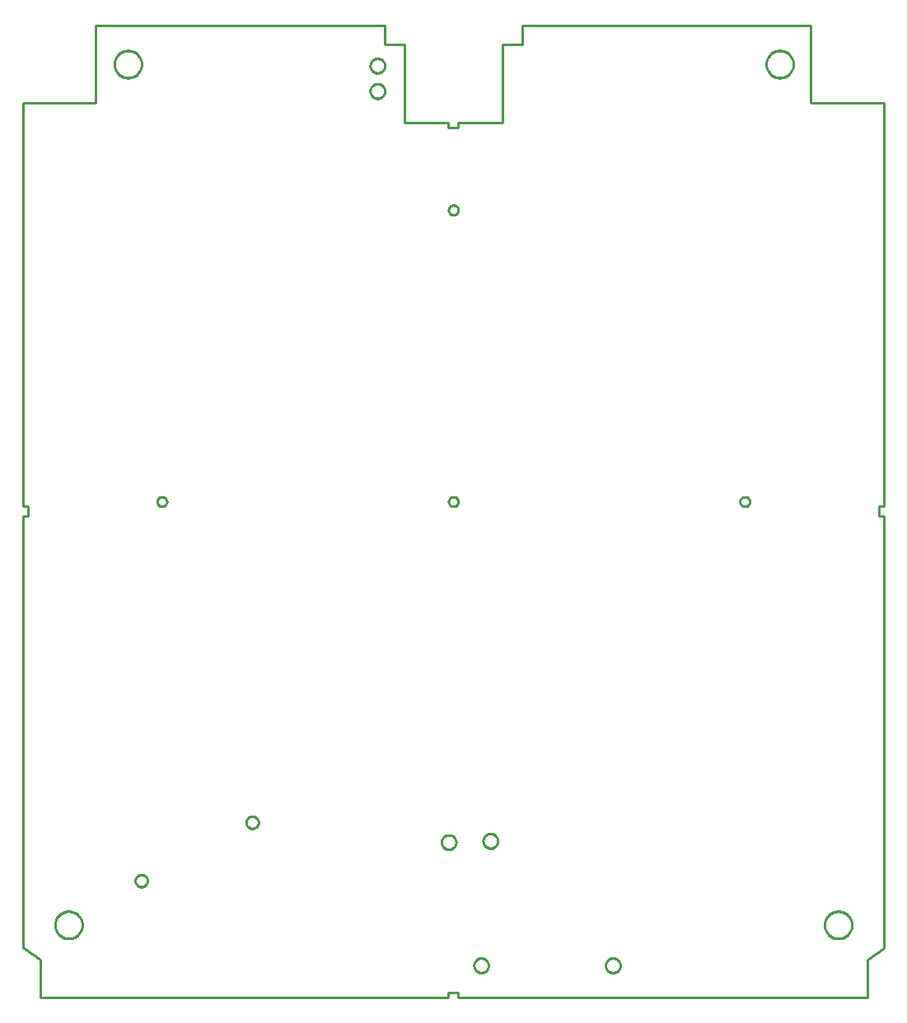
<source format=gbr>
G04 EAGLE Gerber X2 export*
%TF.Part,Single*%
%TF.FileFunction,Profile,NP*%
%TF.FilePolarity,Positive*%
%TF.GenerationSoftware,Autodesk,EAGLE,9.2.2*%
%TF.CreationDate,2019-06-08T20:52:32Z*%
G75*
%MOMM*%
%FSLAX34Y34*%
%LPD*%
%IN*%
%AMOC8*
5,1,8,0,0,1.08239X$1,22.5*%
G01*
%ADD10C,0.254000*%


D10*
X0Y50800D02*
X1100Y50800D01*
X18000Y38900D01*
X18000Y0D01*
X437500Y0D01*
X437500Y5000D01*
X447500Y5000D01*
X447500Y0D01*
X868000Y0D01*
X868000Y38900D01*
X885000Y50800D01*
X885000Y495000D01*
X880000Y495000D01*
X880000Y505000D01*
X884875Y505000D01*
X885000Y505100D01*
X885000Y920000D01*
X810000Y920000D01*
X810000Y1000000D01*
X513000Y1000000D01*
X513000Y980000D01*
X493000Y980000D01*
X493000Y900000D01*
X447500Y900000D01*
X447500Y895000D01*
X437500Y895000D01*
X437500Y900000D01*
X392000Y900000D01*
X392000Y980000D01*
X372000Y980000D01*
X372000Y1000000D01*
X75000Y1000000D01*
X75000Y920000D01*
X0Y920000D01*
X0Y505000D01*
X5000Y505000D01*
X5000Y495000D01*
X0Y495000D01*
X0Y50800D01*
X143281Y505000D02*
X143839Y505063D01*
X144386Y505188D01*
X144916Y505373D01*
X145422Y505617D01*
X145898Y505916D01*
X146337Y506266D01*
X146734Y506663D01*
X147084Y507102D01*
X147383Y507578D01*
X147627Y508084D01*
X147812Y508614D01*
X147937Y509161D01*
X148000Y509719D01*
X148000Y510281D01*
X147937Y510839D01*
X147812Y511386D01*
X147627Y511916D01*
X147383Y512422D01*
X147084Y512898D01*
X146734Y513337D01*
X146337Y513734D01*
X145898Y514084D01*
X145422Y514383D01*
X144916Y514627D01*
X144386Y514812D01*
X143839Y514937D01*
X143281Y515000D01*
X142719Y515000D01*
X142161Y514937D01*
X141614Y514812D01*
X141084Y514627D01*
X140578Y514383D01*
X140102Y514084D01*
X139663Y513734D01*
X139266Y513337D01*
X138916Y512898D01*
X138617Y512422D01*
X138373Y511916D01*
X138188Y511386D01*
X138063Y510839D01*
X138000Y510281D01*
X138000Y509719D01*
X138063Y509161D01*
X138188Y508614D01*
X138373Y508084D01*
X138617Y507578D01*
X138916Y507102D01*
X139266Y506663D01*
X139663Y506266D01*
X140102Y505916D01*
X140578Y505617D01*
X141084Y505373D01*
X141614Y505188D01*
X142161Y505063D01*
X142719Y505000D01*
X143281Y505000D01*
X742283Y504996D02*
X742841Y505059D01*
X743388Y505184D01*
X743918Y505370D01*
X744424Y505613D01*
X744900Y505912D01*
X745339Y506262D01*
X745736Y506660D01*
X746086Y507099D01*
X746385Y507574D01*
X746629Y508080D01*
X746814Y508610D01*
X746939Y509158D01*
X747002Y509716D01*
X747002Y510277D01*
X746939Y510835D01*
X746814Y511383D01*
X746629Y511913D01*
X746385Y512419D01*
X746086Y512894D01*
X745736Y513333D01*
X745339Y513731D01*
X744900Y514081D01*
X744424Y514379D01*
X743918Y514623D01*
X743388Y514809D01*
X742841Y514934D01*
X742283Y514996D01*
X741721Y514996D01*
X741163Y514934D01*
X740615Y514809D01*
X740085Y514623D01*
X739579Y514379D01*
X739104Y514081D01*
X738665Y513731D01*
X738268Y513333D01*
X737918Y512894D01*
X737619Y512419D01*
X737375Y511913D01*
X737190Y511383D01*
X737065Y510835D01*
X737002Y510277D01*
X737002Y509716D01*
X737065Y509158D01*
X737190Y508610D01*
X737375Y508080D01*
X737619Y507574D01*
X737918Y507099D01*
X738268Y506660D01*
X738665Y506262D01*
X739104Y505912D01*
X739579Y505613D01*
X740085Y505370D01*
X740615Y505184D01*
X741163Y505059D01*
X741721Y504996D01*
X742283Y504996D01*
X128050Y119649D02*
X127971Y118951D01*
X127815Y118267D01*
X127583Y117604D01*
X127279Y116972D01*
X126905Y116378D01*
X126468Y115829D01*
X125971Y115332D01*
X125422Y114895D01*
X124828Y114521D01*
X124196Y114217D01*
X123533Y113985D01*
X122849Y113829D01*
X122151Y113750D01*
X121449Y113750D01*
X120751Y113829D01*
X120067Y113985D01*
X119404Y114217D01*
X118772Y114521D01*
X118178Y114895D01*
X117629Y115332D01*
X117132Y115829D01*
X116695Y116378D01*
X116321Y116972D01*
X116017Y117604D01*
X115785Y118267D01*
X115629Y118951D01*
X115550Y119649D01*
X115550Y120351D01*
X115629Y121049D01*
X115785Y121733D01*
X116017Y122396D01*
X116321Y123028D01*
X116695Y123622D01*
X117132Y124171D01*
X117629Y124668D01*
X118178Y125105D01*
X118772Y125479D01*
X119404Y125783D01*
X120067Y126015D01*
X120751Y126171D01*
X121449Y126250D01*
X122151Y126250D01*
X122849Y126171D01*
X123533Y126015D01*
X124196Y125783D01*
X124828Y125479D01*
X125422Y125105D01*
X125971Y124668D01*
X126468Y124171D01*
X126905Y123622D01*
X127279Y123028D01*
X127583Y122396D01*
X127815Y121733D01*
X127971Y121049D01*
X128050Y120351D01*
X128050Y119649D01*
X242050Y179649D02*
X241971Y178951D01*
X241815Y178267D01*
X241583Y177604D01*
X241279Y176972D01*
X240905Y176378D01*
X240468Y175829D01*
X239971Y175332D01*
X239422Y174895D01*
X238828Y174521D01*
X238196Y174217D01*
X237533Y173985D01*
X236849Y173829D01*
X236151Y173750D01*
X235449Y173750D01*
X234751Y173829D01*
X234067Y173985D01*
X233404Y174217D01*
X232772Y174521D01*
X232178Y174895D01*
X231629Y175332D01*
X231132Y175829D01*
X230695Y176378D01*
X230321Y176972D01*
X230017Y177604D01*
X229785Y178267D01*
X229629Y178951D01*
X229550Y179649D01*
X229550Y180351D01*
X229629Y181049D01*
X229785Y181733D01*
X230017Y182396D01*
X230321Y183028D01*
X230695Y183622D01*
X231132Y184171D01*
X231629Y184668D01*
X232178Y185105D01*
X232772Y185479D01*
X233404Y185783D01*
X234067Y186015D01*
X234751Y186171D01*
X235449Y186250D01*
X236151Y186250D01*
X236849Y186171D01*
X237533Y186015D01*
X238196Y185783D01*
X238828Y185479D01*
X239422Y185105D01*
X239971Y184668D01*
X240468Y184171D01*
X240905Y183622D01*
X241279Y183028D01*
X241583Y182396D01*
X241815Y181733D01*
X241971Y181049D01*
X242050Y180351D01*
X242050Y179649D01*
X122000Y959500D02*
X121929Y958503D01*
X121786Y957513D01*
X121574Y956536D01*
X121292Y955576D01*
X120943Y954639D01*
X120527Y953729D01*
X120048Y952852D01*
X119507Y952010D01*
X118908Y951210D01*
X118253Y950454D01*
X117546Y949747D01*
X116790Y949092D01*
X115990Y948493D01*
X115148Y947952D01*
X114271Y947473D01*
X113361Y947057D01*
X112424Y946708D01*
X111465Y946426D01*
X110487Y946214D01*
X109498Y946071D01*
X108500Y946000D01*
X107500Y946000D01*
X106503Y946071D01*
X105513Y946214D01*
X104536Y946426D01*
X103576Y946708D01*
X102639Y947057D01*
X101729Y947473D01*
X100852Y947952D01*
X100010Y948493D01*
X99210Y949092D01*
X98454Y949747D01*
X97747Y950454D01*
X97092Y951210D01*
X96493Y952010D01*
X95952Y952852D01*
X95473Y953729D01*
X95057Y954639D01*
X94708Y955576D01*
X94426Y956536D01*
X94214Y957513D01*
X94071Y958503D01*
X94000Y959500D01*
X94000Y960500D01*
X94071Y961498D01*
X94214Y962487D01*
X94426Y963465D01*
X94708Y964424D01*
X95057Y965361D01*
X95473Y966271D01*
X95952Y967148D01*
X96493Y967990D01*
X97092Y968790D01*
X97747Y969546D01*
X98454Y970253D01*
X99210Y970908D01*
X100010Y971507D01*
X100852Y972048D01*
X101729Y972527D01*
X102639Y972943D01*
X103576Y973292D01*
X104536Y973574D01*
X105513Y973786D01*
X106503Y973929D01*
X107500Y974000D01*
X108500Y974000D01*
X109498Y973929D01*
X110487Y973786D01*
X111465Y973574D01*
X112424Y973292D01*
X113361Y972943D01*
X114271Y972527D01*
X115148Y972048D01*
X115990Y971507D01*
X116790Y970908D01*
X117546Y970253D01*
X118253Y969546D01*
X118908Y968790D01*
X119507Y967990D01*
X120048Y967148D01*
X120527Y966271D01*
X120943Y965361D01*
X121292Y964424D01*
X121574Y963465D01*
X121786Y962487D01*
X121929Y961498D01*
X122000Y960500D01*
X122000Y959500D01*
X792000Y959500D02*
X791929Y958503D01*
X791786Y957513D01*
X791574Y956536D01*
X791292Y955576D01*
X790943Y954639D01*
X790527Y953729D01*
X790048Y952852D01*
X789507Y952010D01*
X788908Y951210D01*
X788253Y950454D01*
X787546Y949747D01*
X786790Y949092D01*
X785990Y948493D01*
X785148Y947952D01*
X784271Y947473D01*
X783361Y947057D01*
X782424Y946708D01*
X781465Y946426D01*
X780487Y946214D01*
X779498Y946071D01*
X778500Y946000D01*
X777500Y946000D01*
X776503Y946071D01*
X775513Y946214D01*
X774536Y946426D01*
X773576Y946708D01*
X772639Y947057D01*
X771729Y947473D01*
X770852Y947952D01*
X770010Y948493D01*
X769210Y949092D01*
X768454Y949747D01*
X767747Y950454D01*
X767092Y951210D01*
X766493Y952010D01*
X765952Y952852D01*
X765473Y953729D01*
X765057Y954639D01*
X764708Y955576D01*
X764426Y956536D01*
X764214Y957513D01*
X764071Y958503D01*
X764000Y959500D01*
X764000Y960500D01*
X764071Y961498D01*
X764214Y962487D01*
X764426Y963465D01*
X764708Y964424D01*
X765057Y965361D01*
X765473Y966271D01*
X765952Y967148D01*
X766493Y967990D01*
X767092Y968790D01*
X767747Y969546D01*
X768454Y970253D01*
X769210Y970908D01*
X770010Y971507D01*
X770852Y972048D01*
X771729Y972527D01*
X772639Y972943D01*
X773576Y973292D01*
X774536Y973574D01*
X775513Y973786D01*
X776503Y973929D01*
X777500Y974000D01*
X778500Y974000D01*
X779498Y973929D01*
X780487Y973786D01*
X781465Y973574D01*
X782424Y973292D01*
X783361Y972943D01*
X784271Y972527D01*
X785148Y972048D01*
X785990Y971507D01*
X786790Y970908D01*
X787546Y970253D01*
X788253Y969546D01*
X788908Y968790D01*
X789507Y967990D01*
X790048Y967148D01*
X790527Y966271D01*
X790943Y965361D01*
X791292Y964424D01*
X791574Y963465D01*
X791786Y962487D01*
X791929Y961498D01*
X792000Y960500D01*
X792000Y959500D01*
X61000Y74000D02*
X60929Y73003D01*
X60786Y72013D01*
X60574Y71036D01*
X60292Y70076D01*
X59943Y69139D01*
X59527Y68229D01*
X59048Y67352D01*
X58507Y66510D01*
X57908Y65710D01*
X57253Y64954D01*
X56546Y64247D01*
X55790Y63592D01*
X54990Y62993D01*
X54148Y62452D01*
X53271Y61973D01*
X52361Y61557D01*
X51424Y61208D01*
X50465Y60926D01*
X49487Y60714D01*
X48498Y60571D01*
X47500Y60500D01*
X46500Y60500D01*
X45503Y60571D01*
X44513Y60714D01*
X43536Y60926D01*
X42576Y61208D01*
X41639Y61557D01*
X40729Y61973D01*
X39852Y62452D01*
X39010Y62993D01*
X38210Y63592D01*
X37454Y64247D01*
X36747Y64954D01*
X36092Y65710D01*
X35493Y66510D01*
X34952Y67352D01*
X34473Y68229D01*
X34057Y69139D01*
X33708Y70076D01*
X33426Y71036D01*
X33214Y72013D01*
X33071Y73003D01*
X33000Y74000D01*
X33000Y75000D01*
X33071Y75998D01*
X33214Y76987D01*
X33426Y77965D01*
X33708Y78924D01*
X34057Y79861D01*
X34473Y80771D01*
X34952Y81648D01*
X35493Y82490D01*
X36092Y83290D01*
X36747Y84046D01*
X37454Y84753D01*
X38210Y85408D01*
X39010Y86007D01*
X39852Y86548D01*
X40729Y87027D01*
X41639Y87443D01*
X42576Y87792D01*
X43536Y88074D01*
X44513Y88286D01*
X45503Y88429D01*
X46500Y88500D01*
X47500Y88500D01*
X48498Y88429D01*
X49487Y88286D01*
X50465Y88074D01*
X51424Y87792D01*
X52361Y87443D01*
X53271Y87027D01*
X54148Y86548D01*
X54990Y86007D01*
X55790Y85408D01*
X56546Y84753D01*
X57253Y84046D01*
X57908Y83290D01*
X58507Y82490D01*
X59048Y81648D01*
X59527Y80771D01*
X59943Y79861D01*
X60292Y78924D01*
X60574Y77965D01*
X60786Y76987D01*
X60929Y75998D01*
X61000Y75000D01*
X61000Y74000D01*
X852000Y74000D02*
X851929Y73003D01*
X851786Y72013D01*
X851574Y71036D01*
X851292Y70076D01*
X850943Y69139D01*
X850527Y68229D01*
X850048Y67352D01*
X849507Y66510D01*
X848908Y65710D01*
X848253Y64954D01*
X847546Y64247D01*
X846790Y63592D01*
X845990Y62993D01*
X845148Y62452D01*
X844271Y61973D01*
X843361Y61557D01*
X842424Y61208D01*
X841465Y60926D01*
X840487Y60714D01*
X839498Y60571D01*
X838500Y60500D01*
X837500Y60500D01*
X836503Y60571D01*
X835513Y60714D01*
X834536Y60926D01*
X833576Y61208D01*
X832639Y61557D01*
X831729Y61973D01*
X830852Y62452D01*
X830010Y62993D01*
X829210Y63592D01*
X828454Y64247D01*
X827747Y64954D01*
X827092Y65710D01*
X826493Y66510D01*
X825952Y67352D01*
X825473Y68229D01*
X825057Y69139D01*
X824708Y70076D01*
X824426Y71036D01*
X824214Y72013D01*
X824071Y73003D01*
X824000Y74000D01*
X824000Y75000D01*
X824071Y75998D01*
X824214Y76987D01*
X824426Y77965D01*
X824708Y78924D01*
X825057Y79861D01*
X825473Y80771D01*
X825952Y81648D01*
X826493Y82490D01*
X827092Y83290D01*
X827747Y84046D01*
X828454Y84753D01*
X829210Y85408D01*
X830010Y86007D01*
X830852Y86548D01*
X831729Y87027D01*
X832639Y87443D01*
X833576Y87792D01*
X834536Y88074D01*
X835513Y88286D01*
X836503Y88429D01*
X837500Y88500D01*
X838500Y88500D01*
X839498Y88429D01*
X840487Y88286D01*
X841465Y88074D01*
X842424Y87792D01*
X843361Y87443D01*
X844271Y87027D01*
X845148Y86548D01*
X845990Y86007D01*
X846790Y85408D01*
X847546Y84753D01*
X848253Y84046D01*
X848908Y83290D01*
X849507Y82490D01*
X850048Y81648D01*
X850527Y80771D01*
X850943Y79861D01*
X851292Y78924D01*
X851574Y77965D01*
X851786Y76987D01*
X851929Y75998D01*
X852000Y75000D01*
X852000Y74000D01*
X372020Y958063D02*
X371948Y957330D01*
X371804Y956607D01*
X371590Y955902D01*
X371308Y955221D01*
X370961Y954571D01*
X370551Y953958D01*
X370084Y953389D01*
X369563Y952867D01*
X368993Y952400D01*
X368380Y951991D01*
X367730Y951643D01*
X367050Y951361D01*
X366344Y951147D01*
X365622Y951004D01*
X364888Y950931D01*
X364151Y950931D01*
X363418Y951004D01*
X362695Y951147D01*
X361990Y951361D01*
X361309Y951643D01*
X360659Y951991D01*
X360047Y952400D01*
X359477Y952867D01*
X358956Y953389D01*
X358489Y953958D01*
X358079Y954571D01*
X357732Y955221D01*
X357450Y955902D01*
X357236Y956607D01*
X357092Y957330D01*
X357020Y958063D01*
X357020Y958800D01*
X357092Y959533D01*
X357236Y960256D01*
X357450Y960961D01*
X357732Y961642D01*
X358079Y962292D01*
X358489Y962904D01*
X358956Y963474D01*
X359477Y963995D01*
X360047Y964463D01*
X360659Y964872D01*
X361309Y965219D01*
X361990Y965501D01*
X362695Y965715D01*
X363418Y965859D01*
X364151Y965931D01*
X364888Y965931D01*
X365622Y965859D01*
X366344Y965715D01*
X367050Y965501D01*
X367730Y965219D01*
X368380Y964872D01*
X368993Y964463D01*
X369563Y963995D01*
X370084Y963474D01*
X370551Y962904D01*
X370961Y962292D01*
X371308Y961642D01*
X371590Y960961D01*
X371804Y960256D01*
X371948Y959533D01*
X372020Y958800D01*
X372020Y958063D01*
X372020Y931991D02*
X371948Y931257D01*
X371804Y930535D01*
X371590Y929829D01*
X371308Y929149D01*
X370961Y928499D01*
X370551Y927886D01*
X370084Y927316D01*
X369563Y926795D01*
X368993Y926328D01*
X368380Y925918D01*
X367730Y925571D01*
X367050Y925289D01*
X366344Y925075D01*
X365622Y924931D01*
X364888Y924859D01*
X364151Y924859D01*
X363418Y924931D01*
X362695Y925075D01*
X361990Y925289D01*
X361309Y925571D01*
X360659Y925918D01*
X360047Y926328D01*
X359477Y926795D01*
X358956Y927316D01*
X358489Y927886D01*
X358079Y928499D01*
X357732Y929149D01*
X357450Y929829D01*
X357236Y930535D01*
X357092Y931257D01*
X357020Y931991D01*
X357020Y932728D01*
X357092Y933461D01*
X357236Y934184D01*
X357450Y934889D01*
X357732Y935570D01*
X358079Y936220D01*
X358489Y936832D01*
X358956Y937402D01*
X359477Y937923D01*
X360047Y938390D01*
X360659Y938800D01*
X361309Y939147D01*
X361990Y939429D01*
X362695Y939643D01*
X363418Y939787D01*
X364151Y939859D01*
X364888Y939859D01*
X365622Y939787D01*
X366344Y939643D01*
X367050Y939429D01*
X367730Y939147D01*
X368380Y938800D01*
X368993Y938390D01*
X369563Y937923D01*
X370084Y937402D01*
X370551Y936832D01*
X370961Y936220D01*
X371308Y935570D01*
X371590Y934889D01*
X371804Y934184D01*
X371948Y933461D01*
X372020Y932728D01*
X372020Y931991D01*
X613969Y32486D02*
X613897Y31753D01*
X613753Y31030D01*
X613539Y30325D01*
X613257Y29644D01*
X612910Y28994D01*
X612500Y28381D01*
X612033Y27812D01*
X611512Y27291D01*
X610942Y26823D01*
X610329Y26414D01*
X609680Y26066D01*
X608999Y25784D01*
X608294Y25570D01*
X607571Y25427D01*
X606837Y25354D01*
X606101Y25354D01*
X605367Y25427D01*
X604644Y25570D01*
X603939Y25784D01*
X603258Y26066D01*
X602609Y26414D01*
X601996Y26823D01*
X601426Y27291D01*
X600905Y27812D01*
X600438Y28381D01*
X600028Y28994D01*
X599681Y29644D01*
X599399Y30325D01*
X599185Y31030D01*
X599041Y31753D01*
X598969Y32486D01*
X598969Y33223D01*
X599041Y33956D01*
X599185Y34679D01*
X599399Y35384D01*
X599681Y36065D01*
X600028Y36715D01*
X600438Y37328D01*
X600905Y37897D01*
X601426Y38418D01*
X601996Y38886D01*
X602609Y39295D01*
X603258Y39643D01*
X603939Y39925D01*
X604644Y40138D01*
X605367Y40282D01*
X606101Y40354D01*
X606837Y40354D01*
X607571Y40282D01*
X608294Y40138D01*
X608999Y39925D01*
X609680Y39643D01*
X610329Y39295D01*
X610942Y38886D01*
X611512Y38418D01*
X612033Y37897D01*
X612500Y37328D01*
X612910Y36715D01*
X613257Y36065D01*
X613539Y35384D01*
X613753Y34679D01*
X613897Y33956D01*
X613969Y33223D01*
X613969Y32486D01*
X478584Y32486D02*
X478512Y31753D01*
X478368Y31030D01*
X478154Y30325D01*
X477872Y29644D01*
X477525Y28994D01*
X477115Y28381D01*
X476648Y27812D01*
X476127Y27291D01*
X475557Y26823D01*
X474944Y26414D01*
X474295Y26066D01*
X473614Y25784D01*
X472909Y25570D01*
X472186Y25427D01*
X471452Y25354D01*
X470716Y25354D01*
X469982Y25427D01*
X469259Y25570D01*
X468554Y25784D01*
X467873Y26066D01*
X467224Y26414D01*
X466611Y26823D01*
X466041Y27291D01*
X465520Y27812D01*
X465053Y28381D01*
X464643Y28994D01*
X464296Y29644D01*
X464014Y30325D01*
X463800Y31030D01*
X463656Y31753D01*
X463584Y32486D01*
X463584Y33223D01*
X463656Y33956D01*
X463800Y34679D01*
X464014Y35384D01*
X464296Y36065D01*
X464643Y36715D01*
X465053Y37328D01*
X465520Y37897D01*
X466041Y38418D01*
X466611Y38886D01*
X467224Y39295D01*
X467873Y39643D01*
X468554Y39925D01*
X469259Y40138D01*
X469982Y40282D01*
X470716Y40354D01*
X471452Y40354D01*
X472186Y40282D01*
X472909Y40138D01*
X473614Y39925D01*
X474295Y39643D01*
X474944Y39295D01*
X475557Y38886D01*
X476127Y38418D01*
X476648Y37897D01*
X477115Y37328D01*
X477525Y36715D01*
X477872Y36065D01*
X478154Y35384D01*
X478368Y34679D01*
X478512Y33956D01*
X478584Y33223D01*
X478584Y32486D01*
X437500Y510281D02*
X437563Y510839D01*
X437688Y511386D01*
X437873Y511916D01*
X438117Y512422D01*
X438416Y512898D01*
X438766Y513337D01*
X439163Y513734D01*
X439602Y514084D01*
X440078Y514383D01*
X440584Y514627D01*
X441114Y514812D01*
X441661Y514937D01*
X442219Y515000D01*
X442781Y515000D01*
X443339Y514937D01*
X443886Y514812D01*
X444416Y514627D01*
X444922Y514383D01*
X445398Y514084D01*
X445837Y513734D01*
X446234Y513337D01*
X446584Y512898D01*
X446883Y512422D01*
X447127Y511916D01*
X447312Y511386D01*
X447437Y510839D01*
X447500Y510281D01*
X447500Y509719D01*
X447437Y509161D01*
X447312Y508614D01*
X447127Y508084D01*
X446883Y507578D01*
X446584Y507102D01*
X446234Y506663D01*
X445837Y506266D01*
X445398Y505916D01*
X444922Y505617D01*
X444416Y505373D01*
X443886Y505188D01*
X443339Y505063D01*
X442781Y505000D01*
X442219Y505000D01*
X441661Y505063D01*
X441114Y505188D01*
X440584Y505373D01*
X440078Y505617D01*
X439602Y505916D01*
X439163Y506266D01*
X438766Y506663D01*
X438416Y507102D01*
X438117Y507578D01*
X437873Y508084D01*
X437688Y508614D01*
X437563Y509161D01*
X437500Y509719D01*
X437500Y510281D01*
X488104Y160583D02*
X488031Y159849D01*
X487888Y159127D01*
X487674Y158422D01*
X487392Y157741D01*
X487044Y157091D01*
X486635Y156478D01*
X486167Y155908D01*
X485646Y155387D01*
X485077Y154920D01*
X484464Y154511D01*
X483814Y154163D01*
X483133Y153881D01*
X482428Y153667D01*
X481705Y153523D01*
X480972Y153451D01*
X480235Y153451D01*
X479502Y153523D01*
X478779Y153667D01*
X478074Y153881D01*
X477393Y154163D01*
X476743Y154511D01*
X476130Y154920D01*
X475561Y155387D01*
X475040Y155908D01*
X474572Y156478D01*
X474163Y157091D01*
X473815Y157741D01*
X473533Y158422D01*
X473320Y159127D01*
X473176Y159849D01*
X473104Y160583D01*
X473104Y161320D01*
X473176Y162053D01*
X473320Y162776D01*
X473533Y163481D01*
X473815Y164162D01*
X474163Y164812D01*
X474572Y165424D01*
X475040Y165994D01*
X475561Y166515D01*
X476130Y166983D01*
X476743Y167392D01*
X477393Y167739D01*
X478074Y168021D01*
X478779Y168235D01*
X479502Y168379D01*
X480235Y168451D01*
X480972Y168451D01*
X481705Y168379D01*
X482428Y168235D01*
X483133Y168021D01*
X483814Y167739D01*
X484464Y167392D01*
X485077Y166983D01*
X485646Y166515D01*
X486167Y165994D01*
X486635Y165424D01*
X487044Y164812D01*
X487392Y164162D01*
X487674Y163481D01*
X487888Y162776D01*
X488031Y162053D01*
X488104Y161320D01*
X488104Y160583D01*
X445222Y159240D02*
X445150Y158506D01*
X445006Y157784D01*
X444793Y157079D01*
X444511Y156398D01*
X444163Y155748D01*
X443754Y155135D01*
X443286Y154566D01*
X442765Y154044D01*
X442196Y153577D01*
X441583Y153168D01*
X440933Y152820D01*
X440252Y152538D01*
X439547Y152324D01*
X438824Y152181D01*
X438091Y152108D01*
X437354Y152108D01*
X436621Y152181D01*
X435898Y152324D01*
X435193Y152538D01*
X434512Y152820D01*
X433862Y153168D01*
X433249Y153577D01*
X432680Y154044D01*
X432159Y154566D01*
X431691Y155135D01*
X431282Y155748D01*
X430934Y156398D01*
X430652Y157079D01*
X430438Y157784D01*
X430295Y158506D01*
X430222Y159240D01*
X430222Y159977D01*
X430295Y160710D01*
X430438Y161433D01*
X430652Y162138D01*
X430934Y162819D01*
X431282Y163469D01*
X431691Y164081D01*
X432159Y164651D01*
X432680Y165172D01*
X433249Y165640D01*
X433862Y166049D01*
X434512Y166396D01*
X435193Y166678D01*
X435898Y166892D01*
X436621Y167036D01*
X437354Y167108D01*
X438091Y167108D01*
X438824Y167036D01*
X439547Y166892D01*
X440252Y166678D01*
X440933Y166396D01*
X441583Y166049D01*
X442196Y165640D01*
X442765Y165172D01*
X443286Y164651D01*
X443754Y164081D01*
X444163Y163469D01*
X444511Y162819D01*
X444793Y162138D01*
X445006Y161433D01*
X445150Y160710D01*
X445222Y159977D01*
X445222Y159240D01*
X447500Y809719D02*
X447437Y809161D01*
X447312Y808614D01*
X447127Y808084D01*
X446883Y807578D01*
X446584Y807102D01*
X446234Y806663D01*
X445837Y806266D01*
X445398Y805916D01*
X444922Y805617D01*
X444416Y805373D01*
X443886Y805188D01*
X443339Y805063D01*
X442781Y805000D01*
X442219Y805000D01*
X441661Y805063D01*
X441114Y805188D01*
X440584Y805373D01*
X440078Y805617D01*
X439602Y805916D01*
X439163Y806266D01*
X438766Y806663D01*
X438416Y807102D01*
X438117Y807578D01*
X437873Y808084D01*
X437688Y808614D01*
X437563Y809161D01*
X437500Y809719D01*
X437500Y810281D01*
X437563Y810839D01*
X437688Y811386D01*
X437873Y811916D01*
X438117Y812422D01*
X438416Y812898D01*
X438766Y813337D01*
X439163Y813734D01*
X439602Y814084D01*
X440078Y814383D01*
X440584Y814627D01*
X441114Y814812D01*
X441661Y814937D01*
X442219Y815000D01*
X442781Y815000D01*
X443339Y814937D01*
X443886Y814812D01*
X444416Y814627D01*
X444922Y814383D01*
X445398Y814084D01*
X445837Y813734D01*
X446234Y813337D01*
X446584Y812898D01*
X446883Y812422D01*
X447127Y811916D01*
X447312Y811386D01*
X447437Y810839D01*
X447500Y810281D01*
X447500Y809719D01*
M02*

</source>
